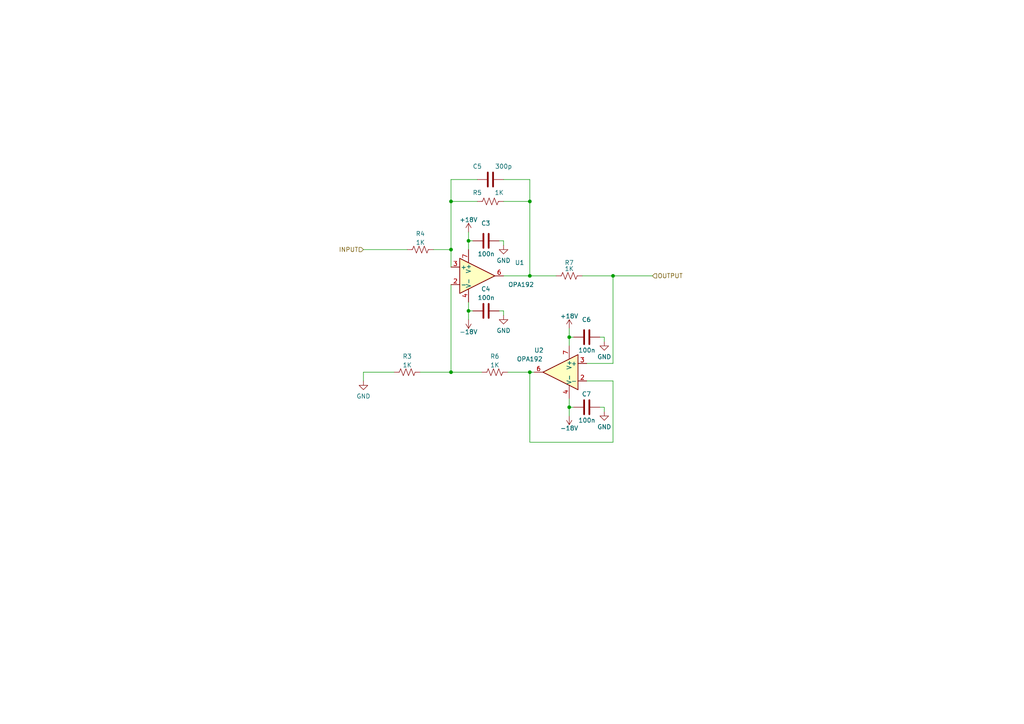
<source format=kicad_sch>
(kicad_sch (version 20211123) (generator eeschema)
  (paper "A4")
  (lib_symbols
    (symbol "Device:C" (pin_numbers hide) (pin_names (offset 0.254))
      (property "Reference" "C" (at 0.635 2.54 0))
      (property "Value" "C" (at 0.635 -2.54 0))
      (symbol "C_0_1"
        (polyline (pts (xy -2.032 -0.762) (xy 2.032 -0.762)) (stroke (width 0.508)))
        (polyline (pts (xy -2.032 0.762) (xy 2.032 0.762)) (stroke (width 0.508)))
      )
      (symbol "C_1_1"
        (pin passive line (at 0 3.81 270) (length 2.794) (name "~") (number "1"))
        (pin passive line (at 0 -3.81 90) (length 2.794) (name "~") (number "2"))
      )
    )
    (symbol "Device:R_US" (pin_numbers hide) (pin_names (offset 0))
      (property "Reference" "R" (at 2.54 0 90))
      (property "Value" "R_US" (at -2.54 0 90))
      (symbol "R_US_0_1"
        (polyline (pts (xy 0 -2.286) (xy 0 -2.54)))
        (polyline (pts (xy 0 2.286) (xy 0 2.54)))
        (polyline (pts (xy 0 -0.762) (xy 1.016 -1.143) (xy 0 -1.524) (xy -1.016 -1.905) (xy 0 -2.286)))
        (polyline (pts (xy 0 0.762) (xy 1.016 0.381) (xy 0 0) (xy -1.016 -0.381) (xy 0 -0.762)))
        (polyline (pts (xy 0 2.286) (xy 1.016 1.905) (xy 0 1.524) (xy -1.016 1.143) (xy 0 0.762)))
      )
      (symbol "R_US_1_1"
        (pin passive line (at 0 3.81 270) (length 1.27) (name "~") (number "1"))
        (pin passive line (at 0 -3.81 90) (length 1.27) (name "~") (number "2"))
      )
    )
    (symbol "power:GND" (power) (pin_names (offset 0))
      (property "Value" "GND" (at 0 -3.81 0))
      (symbol "GND_0_1"
        (polyline (pts (xy 0 0) (xy 0 -1.27) (xy 1.27 -1.27) (xy 0 -2.54) (xy -1.27 -1.27) (xy 0 -1.27)))
      )
      (symbol "GND_1_1"
        (pin power_in line (at 0 0 270) (length 0) hide (name "GND") (number "1"))
      )
    )
    (symbol "project_library:+18V" (power) (pin_names (offset 0))
      (property "Value" "+18V" (at 0 3.556 0))
      (symbol "+18V_0_1"
        (polyline (pts (xy -0.762 1.27) (xy 0 2.54)))
        (polyline (pts (xy 0 0) (xy 0 2.54)))
        (polyline (pts (xy 0 2.54) (xy 0.762 1.27)))
      )
      (symbol "+18V_1_1"
        (pin power_in line (at 0 0 90) (length 0) hide (name "+18V") (number "1"))
      )
    )
    (symbol "project_library:-18V" (power) (pin_names (offset 0))
      (property "Value" "-18V" (at 0 3.556 0))
      (symbol "-18V_0_1"
        (polyline (pts (xy -0.762 1.27) (xy 0 2.54)))
        (polyline (pts (xy 0 0) (xy 0 2.54)))
        (polyline (pts (xy 0 2.54) (xy 0.762 1.27)))
      )
      (symbol "-18V_1_1"
        (pin power_in line (at 0 0 90) (length 0) hide (name "-18V") (number "1"))
      )
    )
    (symbol "project_library:OPA192_SOIC" (pin_names (offset 0.254))
      (property "Reference" "U" (at 3.81 3.175 0))
      (property "Value" "OPA192_SOIC" (at 3.81 -3.175 0))
      (symbol "OPA192_SOIC_0_1"
        (polyline (pts (xy 5.08 0) (xy -5.08 5.08) (xy -5.08 -5.08) (xy 5.08 0)) (stroke (width 0.254)) (fill (type background)))
      )
      (symbol "OPA192_SOIC_1_1"
        (pin input line (at -7.62 -2.54 0) (length 2.54) (name "-") (number "2"))
        (pin input line (at -7.62 2.54 0) (length 2.54) (name "+") (number "3"))
        (pin power_in line (at -2.54 -7.62 90) (length 3.81) (name "V-") (number "4"))
        (pin output line (at 7.62 0 180) (length 2.54) (name "~") (number "6"))
        (pin power_in line (at -2.54 7.62 270) (length 3.81) (name "V+") (number "7"))
      )
    )
  )
  (junction (at 135.89 90.17))
  (junction (at 130.81 58.42))
  (junction (at 177.8 80.01))
  (junction (at 165.1 118.11))
  (junction (at 153.67 107.95))
  (junction (at 130.81 107.95))
  (junction (at 153.67 58.42))
  (junction (at 130.81 72.39))
  (junction (at 135.89 69.85))
  (junction (at 165.1 97.79))
  (junction (at 153.67 80.01))
  (wire (pts (xy 153.67 107.95) (xy 154.94 107.95)))
  (wire (pts (xy 166.37 118.11) (xy 165.1 118.11)))
  (wire (pts (xy 165.1 115.57) (xy 165.1 118.11)))
  (wire (pts (xy 130.81 58.42) (xy 138.43 58.42)))
  (wire (pts (xy 146.05 71.12) (xy 146.05 69.85)))
  (wire (pts (xy 175.26 97.79) (xy 173.99 97.79)))
  (wire (pts (xy 105.41 110.49) (xy 105.41 107.95)))
  (wire (pts (xy 177.8 128.27) (xy 177.8 110.49)))
  (wire (pts (xy 137.16 90.17) (xy 135.89 90.17)))
  (wire (pts (xy 165.1 95.25) (xy 165.1 97.79)))
  (wire (pts (xy 153.67 52.07) (xy 153.67 58.42)))
  (wire (pts (xy 175.26 119.38) (xy 175.26 118.11)))
  (wire (pts (xy 130.81 82.55) (xy 130.81 107.95)))
  (wire (pts (xy 135.89 69.85) (xy 135.89 72.39)))
  (wire (pts (xy 146.05 91.44) (xy 146.05 90.17)))
  (wire (pts (xy 170.18 110.49) (xy 177.8 110.49)))
  (wire (pts (xy 161.29 80.01) (xy 153.67 80.01)))
  (wire (pts (xy 165.1 97.79) (xy 165.1 100.33)))
  (wire (pts (xy 177.8 80.01) (xy 189.23 80.01)))
  (wire (pts (xy 146.05 90.17) (xy 144.78 90.17)))
  (wire (pts (xy 130.81 58.42) (xy 130.81 72.39)))
  (wire (pts (xy 139.7 107.95) (xy 130.81 107.95)))
  (wire (pts (xy 177.8 105.41) (xy 177.8 80.01)))
  (wire (pts (xy 175.26 99.06) (xy 175.26 97.79)))
  (wire (pts (xy 138.43 52.07) (xy 130.81 52.07)))
  (wire (pts (xy 170.18 105.41) (xy 177.8 105.41)))
  (wire (pts (xy 146.05 69.85) (xy 144.78 69.85)))
  (wire (pts (xy 175.26 118.11) (xy 173.99 118.11)))
  (wire (pts (xy 168.91 80.01) (xy 177.8 80.01)))
  (wire (pts (xy 146.05 52.07) (xy 153.67 52.07)))
  (wire (pts (xy 135.89 90.17) (xy 135.89 92.71)))
  (wire (pts (xy 105.41 72.39) (xy 118.11 72.39)))
  (wire (pts (xy 130.81 52.07) (xy 130.81 58.42)))
  (wire (pts (xy 147.32 107.95) (xy 153.67 107.95)))
  (wire (pts (xy 165.1 118.11) (xy 165.1 120.65)))
  (wire (pts (xy 146.05 80.01) (xy 153.67 80.01)))
  (wire (pts (xy 153.67 107.95) (xy 153.67 128.27)))
  (wire (pts (xy 105.41 107.95) (xy 114.3 107.95)))
  (wire (pts (xy 130.81 107.95) (xy 121.92 107.95)))
  (wire (pts (xy 135.89 67.31) (xy 135.89 69.85)))
  (wire (pts (xy 146.05 58.42) (xy 153.67 58.42)))
  (wire (pts (xy 166.37 97.79) (xy 165.1 97.79)))
  (wire (pts (xy 153.67 128.27) (xy 177.8 128.27)))
  (wire (pts (xy 153.67 58.42) (xy 153.67 80.01)))
  (wire (pts (xy 130.81 72.39) (xy 125.73 72.39)))
  (wire (pts (xy 135.89 87.63) (xy 135.89 90.17)))
  (wire (pts (xy 130.81 77.47) (xy 130.81 72.39)))
  (wire (pts (xy 137.16 69.85) (xy 135.89 69.85)))
  (hierarchical_label "OUTPUT" (shape input) (at 189.23 80.01 0))
  (hierarchical_label "INPUT" (shape input) (at 105.41 72.39 180))
  (symbol (lib_id "Device:R_US") (at 121.92 72.39 90) (unit 1)
    (property "Reference" "R4" (at 121.92 67.8012 90))
    (property "Value" "1K" (at 121.92 70.3381 90))
    (property "Footprint" "Resistor_SMD:R_0805_2012Metric_Pad1.20x1.40mm_HandSolder" (effects hide))
    (property "PN" "PCF0805-13-1KBT1" (effects hide))
  )
  (symbol (lib_id "project_library:-18V") (at 165.1 120.65 180) (unit 1)
    (property "Reference" "#PWR0111" (effects hide))
    (property "Value" "-18V" (at 165.1 124.206 0))
  )
  (symbol (lib_id "Device:C") (at 142.24 52.07 90) (unit 1)
    (property "Reference" "C5" (at 138.43 48.26 90))
    (property "Value" "300p" (at 146.05 48.26 90))
    (property "Footprint" "Capacitor_SMD:C_0805_2012Metric_Pad1.18x1.45mm_HandSolder" (effects hide))
    (property "PN" "08055A301FAT2A" (effects hide))
  )
  (symbol (lib_id "power:GND") (at 175.26 119.38 0) (unit 1)
    (property "Reference" "#PWR0103" (effects hide))
    (property "Value" "GND" (at 175.26 123.8234 0))
  )
  (symbol (lib_id "power:GND") (at 175.26 99.06 0) (unit 1)
    (property "Reference" "#PWR0104" (effects hide))
    (property "Value" "GND" (at 175.26 103.5034 0))
  )
  (symbol (lib_id "power:GND") (at 105.41 110.49 0) (unit 1)
    (property "Reference" "#PWR0108" (effects hide))
    (property "Value" "GND" (at 105.41 114.9334 0))
  )
  (symbol (lib_id "Device:R_US") (at 143.51 107.95 90) (unit 1)
    (property "Reference" "R6" (at 143.51 103.3612 90))
    (property "Value" "1K" (at 143.51 105.8981 90))
    (property "Footprint" "Resistor_SMD:R_0805_2012Metric_Pad1.20x1.40mm_HandSolder" (effects hide))
    (property "PN" "PCF0805-13-1KBT1" (effects hide))
  )
  (symbol (lib_id "project_library:OPA192_SOIC") (at 162.56 107.95 0) (mirror y) (unit 1)
    (property "Reference" "U2" (at 154.94 101.6 0) (effects (justify right)))
    (property "Value" "OPA192" (at 149.86 104.14 0) (effects (justify right)))
    (property "Footprint" "Package_SO:SOIC-8_3.9x4.9mm_P1.27mm" (effects hide))
    (property "PN" "OPA192IDR" (effects hide))
  )
  (symbol (lib_id "power:GND") (at 146.05 91.44 0) (unit 1)
    (property "Reference" "#PWR0106" (effects hide))
    (property "Value" "GND" (at 146.05 95.8834 0))
  )
  (symbol (lib_id "Device:C") (at 170.18 118.11 270) (unit 1)
    (property "Reference" "C7" (at 171.45 114.3 90) (effects (justify right)))
    (property "Value" "100n" (at 172.72 121.92 90) (effects (justify right)))
    (property "Footprint" "Capacitor_SMD:C_0805_2012Metric_Pad1.18x1.45mm_HandSolder" (effects hide))
    (property "PN" " C0805F103K5RACAUTO " (effects hide))
  )
  (symbol (lib_id "Device:C") (at 140.97 90.17 270) (unit 1)
    (property "Reference" "C4" (at 142.24 83.82 90) (effects (justify right)))
    (property "Value" "100n" (at 143.51 86.36 90) (effects (justify right)))
    (property "Footprint" "Capacitor_SMD:C_0805_2012Metric_Pad1.18x1.45mm_HandSolder" (effects hide))
    (property "PN" " C0805F103K5RACAUTO " (effects hide))
  )
  (symbol (lib_id "Device:R_US") (at 165.1 80.01 90) (unit 1)
    (property "Reference" "R7" (at 165.1 76.2 90))
    (property "Value" "1K" (at 165.1 77.9581 90))
    (property "Footprint" "Resistor_SMD:R_0805_2012Metric_Pad1.20x1.40mm_HandSolder" (effects hide))
    (property "PN" "PCF0805-13-1KBT1" (effects hide))
  )
  (symbol (lib_id "Device:C") (at 140.97 69.85 270) (unit 1)
    (property "Reference" "C3" (at 142.24 64.77 90) (effects (justify right)))
    (property "Value" "100n" (at 143.51 73.66 90) (effects (justify right)))
    (property "Footprint" "Capacitor_SMD:C_0805_2012Metric_Pad1.18x1.45mm_HandSolder" (effects hide))
    (property "PN" " C0805F103K5RACAUTO " (effects hide))
  )
  (symbol (lib_id "power:GND") (at 146.05 71.12 0) (unit 1)
    (property "Reference" "#PWR0109" (effects hide))
    (property "Value" "GND" (at 146.05 75.5634 0))
  )
  (symbol (lib_id "project_library:+18V") (at 135.89 67.31 0) (unit 1)
    (property "Reference" "#PWR0105" (effects hide))
    (property "Value" "+18V" (at 135.89 63.754 0))
  )
  (symbol (lib_id "Device:R_US") (at 142.24 58.42 90) (unit 1)
    (property "Reference" "R5" (at 138.43 55.88 90))
    (property "Value" "1K" (at 144.78 55.88 90))
    (property "Footprint" "Resistor_SMD:R_0805_2012Metric_Pad1.20x1.40mm_HandSolder" (effects hide))
    (property "PN" "PCF0805-13-1KBT1" (effects hide))
  )
  (symbol (lib_id "project_library:-18V") (at 135.89 92.71 180) (unit 1)
    (property "Reference" "#PWR0110" (effects hide))
    (property "Value" "-18V" (at 135.89 96.266 0))
  )
  (symbol (lib_id "project_library:OPA192_SOIC") (at 138.43 80.01 0) (unit 1)
    (property "Reference" "U1" (at 150.7014 76.1833 0))
    (property "Value" "OPA192" (at 151.13 82.55 0))
    (property "Footprint" "Package_SO:SOIC-8_3.9x4.9mm_P1.27mm" (effects hide))
    (property "PN" "OPA192IDR" (effects hide))
  )
  (symbol (lib_id "Device:R_US") (at 118.11 107.95 90) (unit 1)
    (property "Reference" "R3" (at 118.11 103.3612 90))
    (property "Value" "1K" (at 118.11 105.8981 90))
    (property "Footprint" "Resistor_SMD:R_0805_2012Metric_Pad1.20x1.40mm_HandSolder" (effects hide))
    (property "PN" "PCF0805-13-1KBT1" (effects hide))
  )
  (symbol (lib_id "Device:C") (at 170.18 97.79 270) (unit 1)
    (property "Reference" "C6" (at 171.45 92.71 90) (effects (justify right)))
    (property "Value" "100n" (at 172.72 101.6 90) (effects (justify right)))
    (property "Footprint" "Capacitor_SMD:C_0805_2012Metric_Pad1.18x1.45mm_HandSolder" (effects hide))
    (property "PN" " C0805F103K5RACAUTO " (effects hide))
  )
  (symbol (lib_id "project_library:+18V") (at 165.1 95.25 0) (unit 1)
    (property "Reference" "#PWR0107" (effects hide))
    (property "Value" "+18V" (at 165.1 91.694 0))
  )
)
</source>
